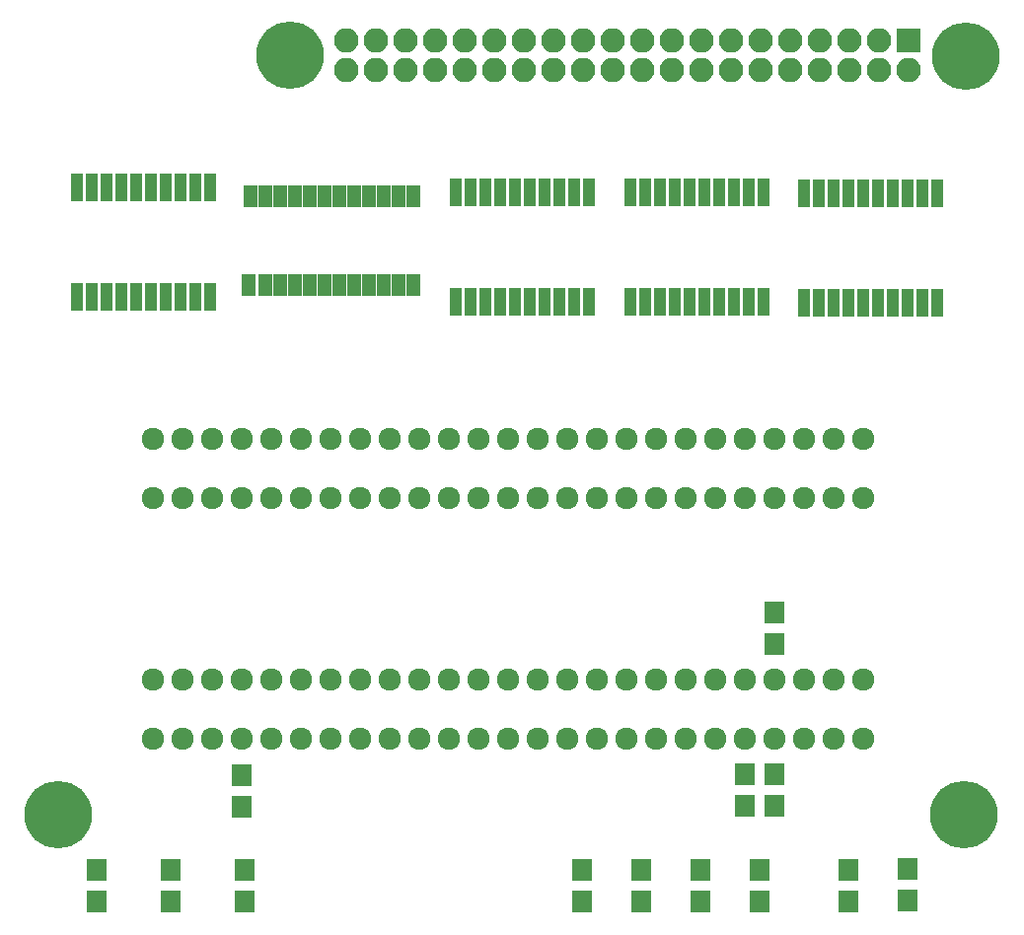
<source format=gbr>
G04 #@! TF.FileFunction,Soldermask,Bot*
%FSLAX46Y46*%
G04 Gerber Fmt 4.6, Leading zero omitted, Abs format (unit mm)*
G04 Created by KiCad (PCBNEW 4.0.7) date 05/02/18 01:49:19*
%MOMM*%
%LPD*%
G01*
G04 APERTURE LIST*
%ADD10C,0.100000*%
%ADD11C,5.800000*%
%ADD12C,1.924000*%
%ADD13R,1.700000X1.900000*%
%ADD14R,2.100000X2.100000*%
%ADD15O,2.100000X2.100000*%
%ADD16R,1.000000X2.350000*%
%ADD17R,1.162000X1.924000*%
G04 APERTURE END LIST*
D10*
D11*
X210312000Y-122174000D03*
X132588000Y-122174000D03*
X152459000Y-56992500D03*
D12*
X201676000Y-110561000D03*
X201676000Y-115641000D03*
X199136000Y-110561000D03*
X199136000Y-115641000D03*
X196596000Y-110561000D03*
X196596000Y-115641000D03*
X194056000Y-110561000D03*
X194056000Y-115641000D03*
X191516000Y-110561000D03*
X191516000Y-115641000D03*
X188976000Y-110561000D03*
X188976000Y-115641000D03*
X186436000Y-110561000D03*
X186436000Y-115641000D03*
X183896000Y-110561000D03*
X183896000Y-115641000D03*
X181356000Y-110561000D03*
X181356000Y-115641000D03*
X178816000Y-110561000D03*
X178816000Y-115641000D03*
X176276000Y-110561000D03*
X176276000Y-115641000D03*
X173736000Y-110561000D03*
X173736000Y-115641000D03*
X171196000Y-110561000D03*
X171196000Y-115641000D03*
X168656000Y-110561000D03*
X168656000Y-115641000D03*
X166116000Y-110561000D03*
X166116000Y-115641000D03*
X163576000Y-110561000D03*
X163576000Y-115641000D03*
X161036000Y-110561000D03*
X161036000Y-115641000D03*
X158496000Y-110561000D03*
X158496000Y-115641000D03*
X155956000Y-110561000D03*
X155956000Y-115641000D03*
X153416000Y-110561000D03*
X153416000Y-115641000D03*
X150876000Y-110561000D03*
X150876000Y-115641000D03*
X148336000Y-110561000D03*
X148336000Y-115641000D03*
X145796000Y-110561000D03*
X145796000Y-115641000D03*
X143256000Y-110561000D03*
X143256000Y-115641000D03*
X140716000Y-110561000D03*
X140716000Y-115641000D03*
X201676000Y-89916000D03*
X201676000Y-94996000D03*
X199136000Y-89916000D03*
X199136000Y-94996000D03*
X196596000Y-89916000D03*
X196596000Y-94996000D03*
X194056000Y-89916000D03*
X194056000Y-94996000D03*
X191516000Y-89916000D03*
X191516000Y-94996000D03*
X188976000Y-89916000D03*
X188976000Y-94996000D03*
X186436000Y-89916000D03*
X186436000Y-94996000D03*
X183896000Y-89916000D03*
X183896000Y-94996000D03*
X181356000Y-89916000D03*
X181356000Y-94996000D03*
X178816000Y-89916000D03*
X178816000Y-94996000D03*
X176276000Y-89916000D03*
X176276000Y-94996000D03*
X173736000Y-89916000D03*
X173736000Y-94996000D03*
X171196000Y-89916000D03*
X171196000Y-94996000D03*
X168656000Y-89916000D03*
X168656000Y-94996000D03*
X166116000Y-89916000D03*
X166116000Y-94996000D03*
X163576000Y-89916000D03*
X163576000Y-94996000D03*
X161036000Y-89916000D03*
X161036000Y-94996000D03*
X158496000Y-89916000D03*
X158496000Y-94996000D03*
X155956000Y-89916000D03*
X155956000Y-94996000D03*
X153416000Y-89916000D03*
X153416000Y-94996000D03*
X150876000Y-89916000D03*
X150876000Y-94996000D03*
X148336000Y-89916000D03*
X148336000Y-94996000D03*
X145796000Y-89916000D03*
X145796000Y-94996000D03*
X143256000Y-89916000D03*
X143256000Y-94996000D03*
X140716000Y-89916000D03*
X140716000Y-94996000D03*
D13*
X205486000Y-129540000D03*
X205486000Y-126840000D03*
X200406000Y-129620000D03*
X200406000Y-126920000D03*
X192786000Y-129620000D03*
X192786000Y-126920000D03*
X187706000Y-129620000D03*
X187706000Y-126920000D03*
X182626000Y-129620000D03*
X182626000Y-126920000D03*
X177546000Y-129620000D03*
X177546000Y-126920000D03*
X148590000Y-129620000D03*
X148590000Y-126920000D03*
X142240000Y-129620000D03*
X142240000Y-126920000D03*
X135890000Y-129620000D03*
X135890000Y-126920000D03*
D11*
X210483000Y-57023000D03*
D14*
X205572000Y-55727600D03*
D15*
X205572000Y-58267600D03*
X203032000Y-55727600D03*
X203032000Y-58267600D03*
X200492000Y-55727600D03*
X200492000Y-58267600D03*
X197952000Y-55727600D03*
X197952000Y-58267600D03*
X195412000Y-55727600D03*
X195412000Y-58267600D03*
X192872000Y-55727600D03*
X192872000Y-58267600D03*
X190332000Y-55727600D03*
X190332000Y-58267600D03*
X187792000Y-55727600D03*
X187792000Y-58267600D03*
X185252000Y-55727600D03*
X185252000Y-58267600D03*
X182712000Y-55727600D03*
X182712000Y-58267600D03*
X180172000Y-55727600D03*
X180172000Y-58267600D03*
X177632000Y-55727600D03*
X177632000Y-58267600D03*
X175092000Y-55727600D03*
X175092000Y-58267600D03*
X172552000Y-55727600D03*
X172552000Y-58267600D03*
X170012000Y-55727600D03*
X170012000Y-58267600D03*
X167472000Y-55727600D03*
X167472000Y-58267600D03*
X164932000Y-55727600D03*
X164932000Y-58267600D03*
X162392000Y-55727600D03*
X162392000Y-58267600D03*
X159852000Y-55727600D03*
X159852000Y-58267600D03*
X157312000Y-55727600D03*
X157312000Y-58267600D03*
D13*
X148336000Y-118792000D03*
X148336000Y-121492000D03*
X194056000Y-118665000D03*
X194056000Y-121365000D03*
X194056000Y-104822000D03*
X194056000Y-107522000D03*
X191516000Y-118665000D03*
X191516000Y-121365000D03*
D16*
X134239000Y-68324000D03*
X135509000Y-68324000D03*
X136779000Y-68324000D03*
X138049000Y-68324000D03*
X139319000Y-68324000D03*
X140589000Y-68324000D03*
X141859000Y-68324000D03*
X143129000Y-68324000D03*
X144399000Y-68324000D03*
X145669000Y-68324000D03*
X145669000Y-77724000D03*
X144399000Y-77724000D03*
X143129000Y-77724000D03*
X141859000Y-77724000D03*
X140589000Y-77724000D03*
X139319000Y-77724000D03*
X138049000Y-77724000D03*
X136779000Y-77724000D03*
X135509000Y-77724000D03*
X134239000Y-77724000D03*
X166751000Y-68705000D03*
X168021000Y-68705000D03*
X169291000Y-68705000D03*
X170561000Y-68705000D03*
X171831000Y-68705000D03*
X173101000Y-68705000D03*
X174371000Y-68705000D03*
X175641000Y-68705000D03*
X176911000Y-68705000D03*
X178181000Y-68705000D03*
X178181000Y-78105000D03*
X176911000Y-78105000D03*
X175641000Y-78105000D03*
X174371000Y-78105000D03*
X173101000Y-78105000D03*
X171831000Y-78105000D03*
X170561000Y-78105000D03*
X169291000Y-78105000D03*
X168021000Y-78105000D03*
X166751000Y-78105000D03*
X181737000Y-68705000D03*
X183007000Y-68705000D03*
X184277000Y-68705000D03*
X185547000Y-68705000D03*
X186817000Y-68705000D03*
X188087000Y-68705000D03*
X189357000Y-68705000D03*
X190627000Y-68705000D03*
X191897000Y-68705000D03*
X193167000Y-68705000D03*
X193167000Y-78105000D03*
X191897000Y-78105000D03*
X190627000Y-78105000D03*
X189357000Y-78105000D03*
X188087000Y-78105000D03*
X186817000Y-78105000D03*
X185547000Y-78105000D03*
X184277000Y-78105000D03*
X183007000Y-78105000D03*
X181737000Y-78105000D03*
X196596000Y-68832000D03*
X197866000Y-68832000D03*
X199136000Y-68832000D03*
X200406000Y-68832000D03*
X201676000Y-68832000D03*
X202946000Y-68832000D03*
X204216000Y-68832000D03*
X205486000Y-68832000D03*
X206756000Y-68832000D03*
X208026000Y-68832000D03*
X208026000Y-78232000D03*
X206756000Y-78232000D03*
X205486000Y-78232000D03*
X204216000Y-78232000D03*
X202946000Y-78232000D03*
X201676000Y-78232000D03*
X200406000Y-78232000D03*
X199136000Y-78232000D03*
X197866000Y-78232000D03*
X196596000Y-78232000D03*
D17*
X163068000Y-76708000D03*
X161798000Y-76708000D03*
X160528000Y-76708000D03*
X159258000Y-76708000D03*
X157988000Y-76708000D03*
X156718000Y-76708000D03*
X155448000Y-76708000D03*
X154178000Y-76708000D03*
X152908000Y-76708000D03*
X151638000Y-76708000D03*
X150368000Y-76708000D03*
X148971000Y-76708000D03*
X163068000Y-69088000D03*
X161798000Y-69088000D03*
X160528000Y-69088000D03*
X159258000Y-69088000D03*
X157988000Y-69088000D03*
X156718000Y-69088000D03*
X155448000Y-69088000D03*
X154178000Y-69088000D03*
X152908000Y-69088000D03*
X151638000Y-69088000D03*
X150368000Y-69088000D03*
X149098000Y-69088000D03*
M02*

</source>
